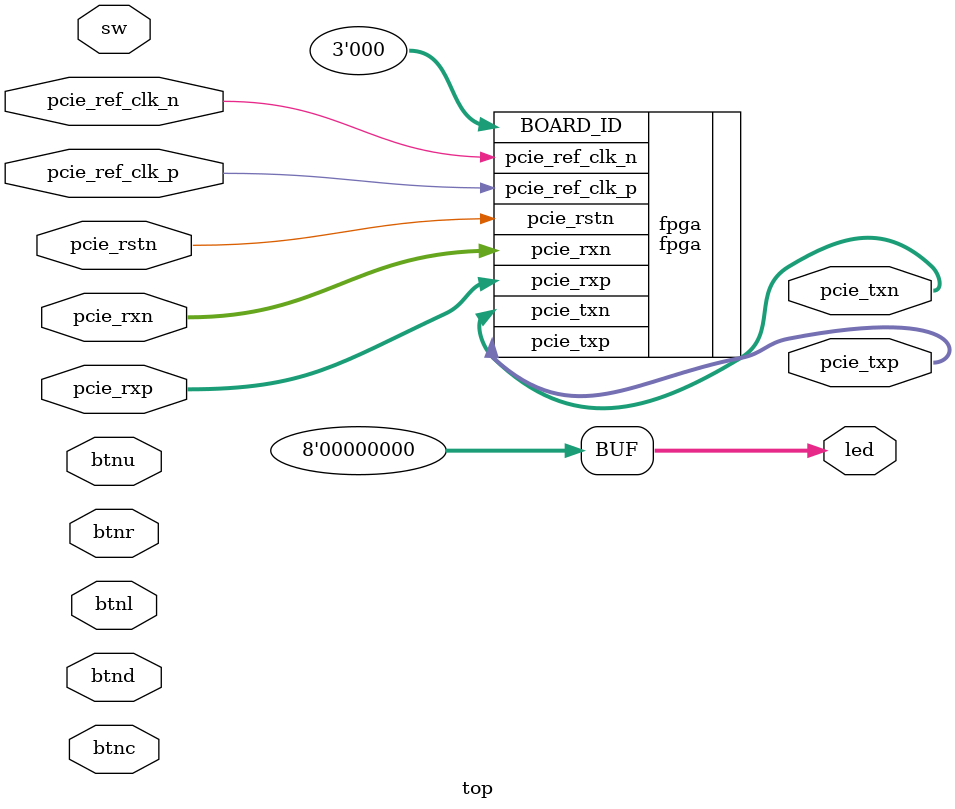
<source format=v>

`timescale 1ns / 1ps

module top (
    // GPIO
    input  wire       btnu,
    input  wire       btnl,
    input  wire       btnd,
    input  wire       btnr,
    input  wire       btnc,
    input  wire [7:0] sw,
    output wire [7:0] led,

    // PCIe
    input  wire [3:0] pcie_rxp,
    input  wire [3:0] pcie_rxn,
    output wire [3:0] pcie_txp,
    output wire [3:0] pcie_txn,
    input  wire       pcie_ref_clk_p,
    input  wire       pcie_ref_clk_n,
    input  wire       pcie_rstn
);

// ============================================================================

fpga fpga (
    .BOARD_ID       (3'd00),

    .pcie_rxp       (pcie_rxp),
    .pcie_rxn       (pcie_rxn),
    .pcie_txp       (pcie_txp),
    .pcie_txn       (pcie_txn),
    .pcie_ref_clk_p (pcie_ref_clk_p),
    .pcie_ref_clk_n (pcie_ref_clk_n),
    .pcie_rstn      (pcie_rstn)
);

assign led = 8'd0;

endmodule

</source>
